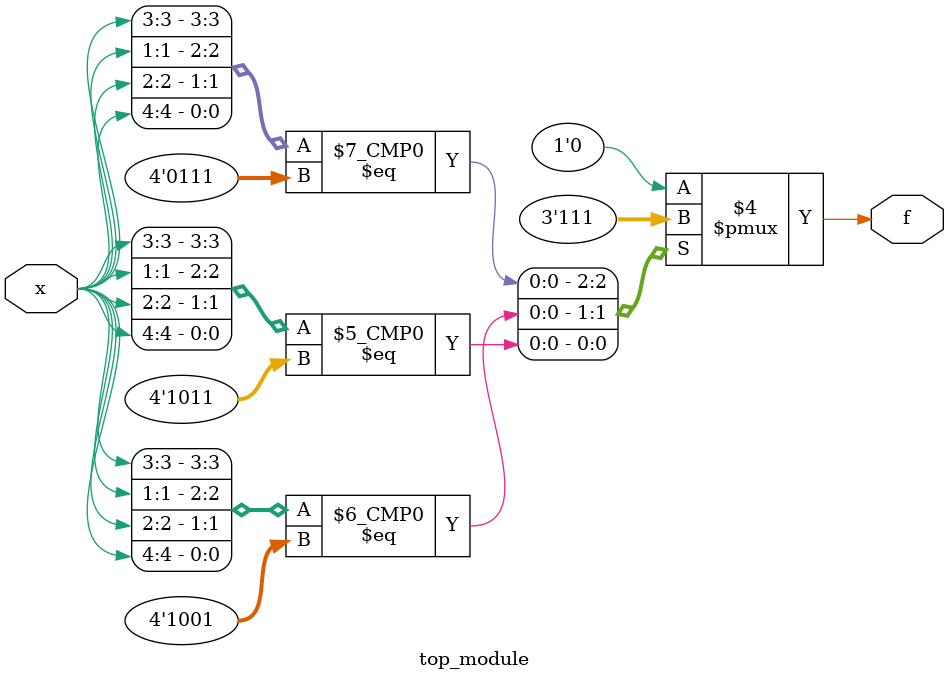
<source format=sv>
module top_module (
    input [4:1] x,
    output logic f
);

always_comb begin
    case ({x[3], x[1], x[2], x[4]})
        4'b0011: f = 1'b0;
        4'b0101: f = 1'b0;
        4'b0111: f = 1'b1;
        4'b1001: f = 1'b1;
        4'b1011: f = 1'b1;
        4'b1100: f = 1'b0;
        default: f = 1'b0; // Assign don't-care conditions to 0
    endcase
end

endmodule

</source>
